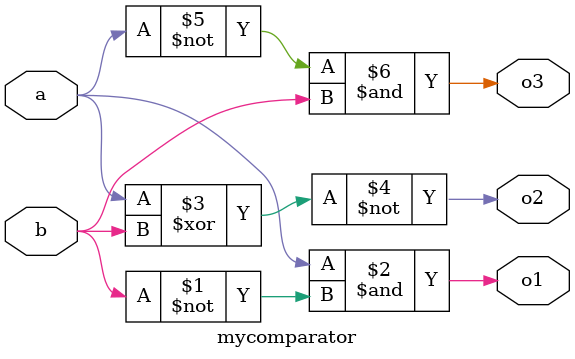
<source format=v>
module mycomparator(
    input a,
    input b,
    output o1,
    output o2,
    output o3
);
    assign o1=a&~b;
    assign o2=~(a^b);
    assign o3=~a&b;
endmodule


</source>
